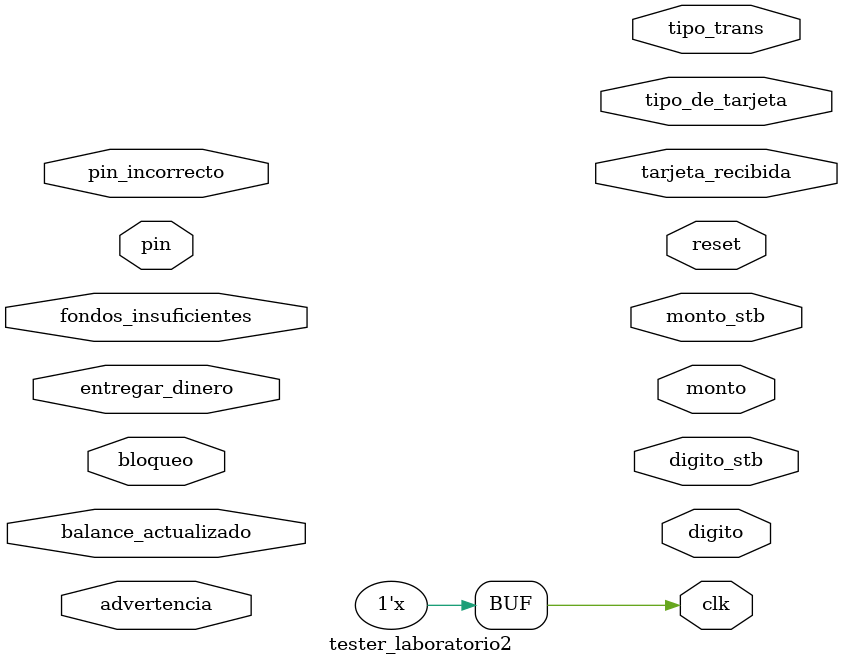
<source format=v>
module tester_laboratorio2(
    output clk,
    output reset,
    output tarjeta_recibida,
    output tipo_de_tarjeta,
    input [0:15] pin,
    output digito,
    output digito_stb,
    output tipo_trans,
    output [0:31] monto,
    output monto_stb,

    input balance_actualizado,
    input entregar_dinero,
    input fondos_insuficientes,
    input pin_incorrecto,
    input bloqueo,
    input advertencia
);

//acá definimos el clk
always begin
    clk = !clk;
end

//iniciamos las pruebas
initial begin
    
end
endmodule
</source>
